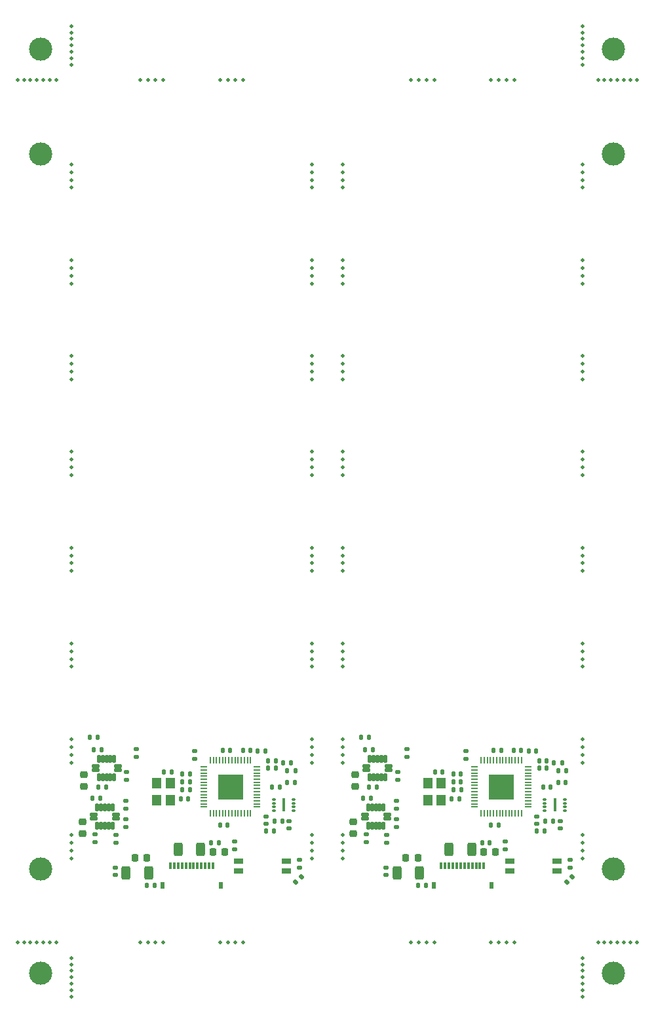
<source format=gbr>
G04 #@! TF.GenerationSoftware,KiCad,Pcbnew,7.0.9*
G04 #@! TF.CreationDate,2024-01-30T21:21:20-05:00*
G04 #@! TF.ProjectId,RGB-Panel,5247422d-5061-46e6-956c-2e6b69636164,V2.6*
G04 #@! TF.SameCoordinates,Original*
G04 #@! TF.FileFunction,Soldermask,Bot*
G04 #@! TF.FilePolarity,Negative*
%FSLAX46Y46*%
G04 Gerber Fmt 4.6, Leading zero omitted, Abs format (unit mm)*
G04 Created by KiCad (PCBNEW 7.0.9) date 2024-01-30 21:21:20*
%MOMM*%
%LPD*%
G01*
G04 APERTURE LIST*
G04 Aperture macros list*
%AMRoundRect*
0 Rectangle with rounded corners*
0 $1 Rounding radius*
0 $2 $3 $4 $5 $6 $7 $8 $9 X,Y pos of 4 corners*
0 Add a 4 corners polygon primitive as box body*
4,1,4,$2,$3,$4,$5,$6,$7,$8,$9,$2,$3,0*
0 Add four circle primitives for the rounded corners*
1,1,$1+$1,$2,$3*
1,1,$1+$1,$4,$5*
1,1,$1+$1,$6,$7*
1,1,$1+$1,$8,$9*
0 Add four rect primitives between the rounded corners*
20,1,$1+$1,$2,$3,$4,$5,0*
20,1,$1+$1,$4,$5,$6,$7,0*
20,1,$1+$1,$6,$7,$8,$9,0*
20,1,$1+$1,$8,$9,$2,$3,0*%
G04 Aperture macros list end*
%ADD10C,0.500000*%
%ADD11C,3.000000*%
%ADD12RoundRect,0.075000X-0.187500X-0.075000X0.187500X-0.075000X0.187500X0.075000X-0.187500X0.075000X0*%
%ADD13R,0.300000X1.700000*%
%ADD14RoundRect,0.140000X-0.140000X-0.170000X0.140000X-0.170000X0.140000X0.170000X-0.140000X0.170000X0*%
%ADD15RoundRect,0.250000X0.312500X0.625000X-0.312500X0.625000X-0.312500X-0.625000X0.312500X-0.625000X0*%
%ADD16RoundRect,0.225000X-0.250000X0.225000X-0.250000X-0.225000X0.250000X-0.225000X0.250000X0.225000X0*%
%ADD17RoundRect,0.140000X0.140000X0.170000X-0.140000X0.170000X-0.140000X-0.170000X0.140000X-0.170000X0*%
%ADD18RoundRect,0.147500X0.147500X0.172500X-0.147500X0.172500X-0.147500X-0.172500X0.147500X-0.172500X0*%
%ADD19RoundRect,0.135000X-0.135000X-0.185000X0.135000X-0.185000X0.135000X0.185000X-0.135000X0.185000X0*%
%ADD20RoundRect,0.050000X0.050000X-0.387500X0.050000X0.387500X-0.050000X0.387500X-0.050000X-0.387500X0*%
%ADD21RoundRect,0.050000X0.387500X-0.050000X0.387500X0.050000X-0.387500X0.050000X-0.387500X-0.050000X0*%
%ADD22R,3.200000X3.200000*%
%ADD23RoundRect,0.135000X0.135000X0.185000X-0.135000X0.185000X-0.135000X-0.185000X0.135000X-0.185000X0*%
%ADD24RoundRect,0.225000X-0.225000X-0.250000X0.225000X-0.250000X0.225000X0.250000X-0.225000X0.250000X0*%
%ADD25RoundRect,0.147500X-0.172500X0.147500X-0.172500X-0.147500X0.172500X-0.147500X0.172500X0.147500X0*%
%ADD26RoundRect,0.140000X-0.170000X0.140000X-0.170000X-0.140000X0.170000X-0.140000X0.170000X0.140000X0*%
%ADD27RoundRect,0.135000X-0.185000X0.135000X-0.185000X-0.135000X0.185000X-0.135000X0.185000X0.135000X0*%
%ADD28RoundRect,0.135000X0.185000X-0.135000X0.185000X0.135000X-0.185000X0.135000X-0.185000X-0.135000X0*%
%ADD29RoundRect,0.147500X0.017678X-0.226274X0.226274X-0.017678X-0.017678X0.226274X-0.226274X0.017678X0*%
%ADD30RoundRect,0.109800X0.422200X0.122200X-0.422200X0.122200X-0.422200X-0.122200X0.422200X-0.122200X0*%
%ADD31RoundRect,0.109800X-0.122200X0.422200X-0.122200X-0.422200X0.122200X-0.422200X0.122200X0.422200X0*%
%ADD32R,1.250000X0.760000*%
%ADD33RoundRect,0.050000X0.150000X0.400000X-0.150000X0.400000X-0.150000X-0.400000X0.150000X-0.400000X0*%
%ADD34RoundRect,0.050000X0.200000X0.400000X-0.200000X0.400000X-0.200000X-0.400000X0.200000X-0.400000X0*%
%ADD35R,1.200000X1.400000*%
G04 APERTURE END LIST*
D10*
X71999997Y-142899995D03*
D11*
X67999997Y-23000000D03*
D10*
X107000003Y-53255554D03*
X102999995Y-76011109D03*
X107000002Y-63633332D03*
X106999998Y-115144441D03*
X129166667Y-138399995D03*
X72000002Y-77011109D03*
X138000002Y-144566661D03*
X72000003Y-62633332D03*
X138000000Y-115144441D03*
X137999994Y-62633332D03*
X144166669Y-27000000D03*
X115833331Y-27000000D03*
X64999997Y-138399996D03*
X137999992Y-52255554D03*
X69999997Y-27000000D03*
X71999997Y-21666667D03*
X102999991Y-38877777D03*
X102999991Y-39877777D03*
X80833332Y-27000000D03*
X102999997Y-90388886D03*
X72000001Y-89388886D03*
X71999997Y-25000000D03*
X128166667Y-27000001D03*
X102999997Y-89388886D03*
X102999998Y-102766663D03*
X117833331Y-27000000D03*
X71999997Y-22500000D03*
X102999997Y-88388886D03*
X83833332Y-138399995D03*
X102999992Y-51255554D03*
X127166667Y-138399995D03*
X72000004Y-51255554D03*
X107000000Y-89388886D03*
X72000001Y-90388886D03*
X71999997Y-24166667D03*
X72000003Y-63633332D03*
X107000004Y-40877777D03*
X91166667Y-138399995D03*
X69166664Y-138399996D03*
X126166667Y-27000001D03*
X102999994Y-63633332D03*
X107000002Y-62633332D03*
X138000002Y-20000000D03*
X102999995Y-78011109D03*
X138000001Y-125522218D03*
X71999997Y-127522218D03*
X106999998Y-114144441D03*
X137999998Y-100766663D03*
X72000002Y-75011109D03*
X102999997Y-87388886D03*
X127166667Y-27000001D03*
X72000002Y-78011109D03*
X71999997Y-140399995D03*
X107000002Y-65633332D03*
X137999991Y-40877777D03*
X72000006Y-37877777D03*
X138000000Y-113144441D03*
X67499997Y-27000000D03*
X140833336Y-27000000D03*
X106999996Y-126522218D03*
X107000002Y-64633332D03*
X65833331Y-138399996D03*
X65833331Y-27000000D03*
X142500003Y-138399996D03*
X103000001Y-124522218D03*
X102999991Y-37877777D03*
X81833332Y-27000000D03*
X72000000Y-99766663D03*
X137999992Y-50255554D03*
X107000001Y-77011109D03*
X141666669Y-138399996D03*
X102999994Y-64633332D03*
X107000000Y-88388886D03*
X118833331Y-138399995D03*
X93166667Y-138399995D03*
X107000001Y-78011109D03*
X137999994Y-64633332D03*
X72000004Y-53255554D03*
X140000003Y-138399996D03*
X137999994Y-65633332D03*
X138000002Y-24166667D03*
X138000001Y-124522218D03*
X106999998Y-112144441D03*
X71999997Y-142066661D03*
X138000001Y-126522218D03*
X106999999Y-102766663D03*
X138000002Y-142066661D03*
X72000003Y-65633332D03*
X137999993Y-53255554D03*
X103000000Y-113144441D03*
X71999997Y-145399995D03*
X117833331Y-138399995D03*
X68333331Y-138399996D03*
X71999999Y-112144441D03*
X115833331Y-138399995D03*
X138000002Y-142899995D03*
D11*
X142000003Y-23000000D03*
D10*
X137999997Y-87388886D03*
X137999991Y-39877777D03*
X103000000Y-114144441D03*
X138000002Y-20833334D03*
X106999997Y-125522218D03*
X71999998Y-125522218D03*
X138000002Y-140399995D03*
X72000000Y-100766663D03*
X94166667Y-27000001D03*
X137999995Y-76011109D03*
X116833331Y-138399995D03*
X106999999Y-99766663D03*
X91166667Y-27000001D03*
X71999997Y-141233328D03*
X72000006Y-38877777D03*
X143333336Y-27000000D03*
X118833331Y-27000000D03*
X67499997Y-138399996D03*
X142500003Y-27000000D03*
X138000002Y-21666667D03*
X107000000Y-90388886D03*
X71999997Y-20833334D03*
X116833331Y-27000000D03*
X92166667Y-27000001D03*
X103000001Y-127522218D03*
X106999997Y-124522218D03*
X126166667Y-138399995D03*
X82833332Y-27000000D03*
X128166667Y-138399995D03*
X71999997Y-143733328D03*
X102999991Y-40877777D03*
X72000002Y-76011109D03*
X137999997Y-89388886D03*
X102999995Y-77011109D03*
D11*
X67999997Y-142399995D03*
D10*
X102999992Y-50255554D03*
X102999995Y-75011109D03*
X138000002Y-22500000D03*
X107000005Y-38877777D03*
X145000003Y-138399996D03*
X92166667Y-138399995D03*
X72000005Y-39877777D03*
X141666669Y-27000000D03*
X106999996Y-127522218D03*
X71999999Y-114144441D03*
X72000004Y-52255554D03*
X93166667Y-27000001D03*
X102999999Y-112144441D03*
X145000003Y-27000000D03*
X138000001Y-127522218D03*
X137999991Y-38877777D03*
X144166669Y-138399996D03*
X64999997Y-27000000D03*
X137999992Y-51255554D03*
X82833332Y-138399995D03*
X102999998Y-100766663D03*
X102999992Y-52255554D03*
X138000002Y-143733328D03*
X137999995Y-77011109D03*
X138000002Y-141233328D03*
D11*
X142000003Y-142399995D03*
D10*
X107000000Y-87388886D03*
X72000003Y-64633332D03*
X71999997Y-126522218D03*
X103000001Y-126522218D03*
X72000004Y-50255554D03*
X137999998Y-99766663D03*
X107000001Y-75011109D03*
X140000003Y-27000000D03*
X94166667Y-138399995D03*
X68333331Y-27000000D03*
X129166667Y-27000001D03*
X72000001Y-88388886D03*
X102999994Y-62633332D03*
X106999998Y-113144441D03*
X66666664Y-27000000D03*
X138000002Y-145399995D03*
X83833332Y-27000000D03*
X137999997Y-90388886D03*
X138000000Y-114144441D03*
X81833332Y-138399995D03*
X102999994Y-65633332D03*
X106999999Y-101766663D03*
X102999998Y-101766663D03*
X69999997Y-138399996D03*
X71999997Y-144566661D03*
X137999998Y-102766663D03*
X72000000Y-101766663D03*
X102999993Y-53255554D03*
X107000001Y-76011109D03*
X72000005Y-40877777D03*
X106999999Y-100766663D03*
X137999998Y-101766663D03*
X107000003Y-50255554D03*
X72000000Y-102766663D03*
X138000002Y-23333334D03*
X103000000Y-115144441D03*
X71999999Y-115144441D03*
X138000002Y-25000000D03*
X102999998Y-99766663D03*
X107000003Y-51255554D03*
X107000004Y-39877777D03*
X103000001Y-125522218D03*
X66666664Y-138399996D03*
X107000005Y-37877777D03*
X72000001Y-87388886D03*
X71999997Y-20000000D03*
X71999997Y-23333334D03*
X137999991Y-37877777D03*
X140833336Y-138399996D03*
X80833332Y-138399995D03*
X71999998Y-124522218D03*
X69166664Y-27000000D03*
X137999995Y-75011109D03*
X71999999Y-113144441D03*
X107000003Y-52255554D03*
X143333336Y-138399996D03*
X137999999Y-112144441D03*
X137999997Y-88388886D03*
X137999994Y-63633332D03*
X137999995Y-78011109D03*
D12*
X133120006Y-121393000D03*
X133120006Y-120893000D03*
X133120006Y-120393000D03*
X133120006Y-119893000D03*
X135695006Y-119893000D03*
X135695006Y-120393000D03*
X135695006Y-120893000D03*
X135695006Y-121393000D03*
D13*
X134407506Y-120643000D03*
D14*
X91172899Y-123199892D03*
X92132899Y-123199892D03*
D15*
X81932899Y-129389892D03*
X79007899Y-129389892D03*
D16*
X108600006Y-116700000D03*
X108600006Y-118250000D03*
D14*
X97900006Y-118315000D03*
X98860006Y-118315000D03*
D17*
X87060006Y-119800000D03*
X86100006Y-119800000D03*
D18*
X90985006Y-125500000D03*
X90015006Y-125500000D03*
D19*
X86290006Y-118625000D03*
X87310006Y-118625000D03*
D20*
X95100006Y-121737500D03*
X94700006Y-121737500D03*
X94300006Y-121737500D03*
X93900006Y-121737500D03*
X93500006Y-121737500D03*
X93100006Y-121737500D03*
X92700006Y-121737500D03*
X92300006Y-121737500D03*
X91900006Y-121737500D03*
X91500006Y-121737500D03*
X91100006Y-121737500D03*
X90700006Y-121737500D03*
X90300006Y-121737500D03*
X89900006Y-121737500D03*
D21*
X89062506Y-120900000D03*
X89062506Y-120500000D03*
X89062506Y-120100000D03*
X89062506Y-119700000D03*
X89062506Y-119300000D03*
X89062506Y-118900000D03*
X89062506Y-118500000D03*
X89062506Y-118100000D03*
X89062506Y-117700000D03*
X89062506Y-117300000D03*
X89062506Y-116900000D03*
X89062506Y-116500000D03*
X89062506Y-116100000D03*
X89062506Y-115700000D03*
D20*
X89900006Y-114862500D03*
X90300006Y-114862500D03*
X90700006Y-114862500D03*
X91100006Y-114862500D03*
X91500006Y-114862500D03*
X91900006Y-114862500D03*
X92300006Y-114862500D03*
X92700006Y-114862500D03*
X93100006Y-114862500D03*
X93500006Y-114862500D03*
X93900006Y-114862500D03*
X94300006Y-114862500D03*
X94700006Y-114862500D03*
X95100006Y-114862500D03*
D21*
X95937506Y-115700000D03*
X95937506Y-116100000D03*
X95937506Y-116500000D03*
X95937506Y-116900000D03*
X95937506Y-117300000D03*
X95937506Y-117700000D03*
X95937506Y-118100000D03*
X95937506Y-118500000D03*
X95937506Y-118900000D03*
X95937506Y-119300000D03*
X95937506Y-119700000D03*
X95937506Y-120100000D03*
X95937506Y-120500000D03*
X95937506Y-120900000D03*
D22*
X92500006Y-118300000D03*
D23*
X135880006Y-116223000D03*
X134860006Y-116223000D03*
D24*
X90225006Y-126700000D03*
X91775006Y-126700000D03*
D23*
X111460006Y-118320000D03*
X110440006Y-118320000D03*
D14*
X132400006Y-115900000D03*
X133360006Y-115900000D03*
D25*
X93032899Y-125369892D03*
X93032899Y-126339892D03*
X112622899Y-128709892D03*
X112622899Y-129679892D03*
D26*
X100100006Y-122704000D03*
X100100006Y-123664000D03*
D27*
X77692899Y-124479892D03*
X77692899Y-125499892D03*
D17*
X97000006Y-113643000D03*
X96040006Y-113643000D03*
D24*
X80172899Y-127459892D03*
X81722899Y-127459892D03*
D23*
X75392899Y-111879892D03*
X74372899Y-111879892D03*
D28*
X75042899Y-125419892D03*
X75042899Y-124399892D03*
D23*
X75662899Y-119719892D03*
X74642899Y-119719892D03*
D28*
X110042899Y-125419892D03*
X110042899Y-124399892D03*
D23*
X117742899Y-131049892D03*
X116722899Y-131049892D03*
D29*
X135957005Y-130585786D03*
X136642899Y-129899892D03*
D16*
X73370005Y-122795000D03*
X73370005Y-124345000D03*
D14*
X132400006Y-114893000D03*
X133360006Y-114893000D03*
D28*
X113970005Y-121095000D03*
X113970005Y-120075000D03*
D26*
X135100006Y-122704000D03*
X135100006Y-123664000D03*
D30*
X110065006Y-115650000D03*
D31*
X110500006Y-114715000D03*
X111000006Y-114715000D03*
X111500006Y-114715000D03*
X112000006Y-114715000D03*
X112500006Y-114715000D03*
D30*
X112935006Y-115650000D03*
X112935006Y-116150000D03*
D31*
X112500006Y-117085000D03*
X112000006Y-117085000D03*
X111500006Y-117085000D03*
X111000006Y-117085000D03*
X110500006Y-117085000D03*
D30*
X110065006Y-116150000D03*
D14*
X83940006Y-116350000D03*
X84900006Y-116350000D03*
D23*
X100880006Y-116223000D03*
X99860006Y-116223000D03*
D17*
X132000006Y-113643000D03*
X131040006Y-113643000D03*
D23*
X99220006Y-122684000D03*
X98200006Y-122684000D03*
D26*
X97100006Y-122100000D03*
X97100006Y-123060000D03*
D19*
X121290006Y-118625000D03*
X122310006Y-118625000D03*
D23*
X110900006Y-113500000D03*
X109880006Y-113500000D03*
D17*
X130080006Y-113550000D03*
X129120006Y-113550000D03*
X122260006Y-117600000D03*
X121300006Y-117600000D03*
D11*
X142000003Y-128899995D03*
D27*
X112692899Y-124479892D03*
X112692899Y-125499892D03*
D11*
X142000003Y-36500000D03*
D32*
X134742899Y-127879892D03*
X134742899Y-129149892D03*
X128592899Y-129149892D03*
X128592899Y-127879892D03*
D27*
X122900006Y-113680000D03*
X122900006Y-114700000D03*
X87900006Y-113680000D03*
X87900006Y-114700000D03*
D33*
X119750006Y-128500000D03*
X120250006Y-128500000D03*
X120750006Y-128500000D03*
X121250006Y-128500000D03*
X121750006Y-128500000D03*
X122250006Y-128500000D03*
X122750006Y-128500000D03*
X123250006Y-128500000D03*
X123750006Y-128500000D03*
X124250006Y-128500000D03*
X124750006Y-128500000D03*
X125250006Y-128500000D03*
D34*
X118750006Y-131000000D03*
X126250006Y-131000000D03*
D14*
X91520006Y-113550000D03*
X92480006Y-113550000D03*
X97400006Y-115900000D03*
X98360006Y-115900000D03*
D25*
X77622899Y-128709892D03*
X77622899Y-129679892D03*
D23*
X76460006Y-118320000D03*
X75440006Y-118320000D03*
X110662899Y-119719892D03*
X109642899Y-119719892D03*
D14*
X118940006Y-116350000D03*
X119900006Y-116350000D03*
X97400006Y-114893000D03*
X98360006Y-114893000D03*
D35*
X84714006Y-117835000D03*
X84714006Y-120035000D03*
X83014006Y-120035000D03*
X83014006Y-117835000D03*
D18*
X125985006Y-125500000D03*
X125015006Y-125500000D03*
D24*
X115172899Y-127459892D03*
X116722899Y-127459892D03*
D11*
X67999997Y-36500000D03*
D27*
X79100005Y-116399999D03*
X79100005Y-117419999D03*
D14*
X126520006Y-113550000D03*
X127480006Y-113550000D03*
X126172899Y-123199892D03*
X127132899Y-123199892D03*
D28*
X115350006Y-114413000D03*
X115350006Y-113393000D03*
D27*
X114100005Y-116399999D03*
X114100005Y-117419999D03*
D19*
X97110006Y-124020000D03*
X98130006Y-124020000D03*
D24*
X125225006Y-126700000D03*
X126775006Y-126700000D03*
D17*
X87260006Y-117600000D03*
X86300006Y-117600000D03*
D30*
X74865006Y-121845000D03*
D31*
X75300006Y-120910000D03*
X75800006Y-120910000D03*
X76300006Y-120910000D03*
X76800006Y-120910000D03*
X77300006Y-120910000D03*
D30*
X77735006Y-121845000D03*
X77735006Y-122345000D03*
D31*
X77300006Y-123280000D03*
X76800006Y-123280000D03*
X76300006Y-123280000D03*
X75800006Y-123280000D03*
X75300006Y-123280000D03*
D30*
X74865006Y-122345000D03*
X75065006Y-115650000D03*
D31*
X75500006Y-114715000D03*
X76000006Y-114715000D03*
X76500006Y-114715000D03*
X77000006Y-114715000D03*
X77500006Y-114715000D03*
D30*
X77935006Y-115650000D03*
X77935006Y-116150000D03*
D31*
X77500006Y-117085000D03*
X77000006Y-117085000D03*
X76500006Y-117085000D03*
X76000006Y-117085000D03*
X75500006Y-117085000D03*
D30*
X75065006Y-116150000D03*
D27*
X78970005Y-122495000D03*
X78970005Y-123515000D03*
D14*
X134840006Y-117743000D03*
X135800006Y-117743000D03*
D17*
X95080006Y-113550000D03*
X94120006Y-113550000D03*
D29*
X100957005Y-130585786D03*
X101642899Y-129899892D03*
D23*
X110392899Y-111879892D03*
X109372899Y-111879892D03*
D25*
X128032899Y-125369892D03*
X128032899Y-126339892D03*
D17*
X122060006Y-119800000D03*
X121100006Y-119800000D03*
D28*
X80350006Y-114413000D03*
X80350006Y-113393000D03*
D20*
X130100006Y-121737500D03*
X129700006Y-121737500D03*
X129300006Y-121737500D03*
X128900006Y-121737500D03*
X128500006Y-121737500D03*
X128100006Y-121737500D03*
X127700006Y-121737500D03*
X127300006Y-121737500D03*
X126900006Y-121737500D03*
X126500006Y-121737500D03*
X126100006Y-121737500D03*
X125700006Y-121737500D03*
X125300006Y-121737500D03*
X124900006Y-121737500D03*
D21*
X124062506Y-120900000D03*
X124062506Y-120500000D03*
X124062506Y-120100000D03*
X124062506Y-119700000D03*
X124062506Y-119300000D03*
X124062506Y-118900000D03*
X124062506Y-118500000D03*
X124062506Y-118100000D03*
X124062506Y-117700000D03*
X124062506Y-117300000D03*
X124062506Y-116900000D03*
X124062506Y-116500000D03*
X124062506Y-116100000D03*
X124062506Y-115700000D03*
D20*
X124900006Y-114862500D03*
X125300006Y-114862500D03*
X125700006Y-114862500D03*
X126100006Y-114862500D03*
X126500006Y-114862500D03*
X126900006Y-114862500D03*
X127300006Y-114862500D03*
X127700006Y-114862500D03*
X128100006Y-114862500D03*
X128500006Y-114862500D03*
X128900006Y-114862500D03*
X129300006Y-114862500D03*
X129700006Y-114862500D03*
X130100006Y-114862500D03*
D21*
X130937506Y-115700000D03*
X130937506Y-116100000D03*
X130937506Y-116500000D03*
X130937506Y-116900000D03*
X130937506Y-117300000D03*
X130937506Y-117700000D03*
X130937506Y-118100000D03*
X130937506Y-118500000D03*
X130937506Y-118900000D03*
X130937506Y-119300000D03*
X130937506Y-119700000D03*
X130937506Y-120100000D03*
X130937506Y-120500000D03*
X130937506Y-120900000D03*
D22*
X127500006Y-118300000D03*
D17*
X122260006Y-116625000D03*
X121300006Y-116625000D03*
D15*
X116932899Y-129389892D03*
X114007899Y-129389892D03*
D12*
X98120006Y-121393000D03*
X98120006Y-120893000D03*
X98120006Y-120393000D03*
X98120006Y-119893000D03*
X100695006Y-119893000D03*
X100695006Y-120393000D03*
X100695006Y-120893000D03*
X100695006Y-121393000D03*
D13*
X99407506Y-120643000D03*
D23*
X100340006Y-115173000D03*
X99320006Y-115173000D03*
D15*
X88662506Y-126360000D03*
X85737506Y-126360000D03*
D27*
X113970005Y-122495000D03*
X113970005Y-123515000D03*
D19*
X132110006Y-124020000D03*
X133130006Y-124020000D03*
D15*
X123662506Y-126360000D03*
X120737506Y-126360000D03*
D23*
X135340006Y-115173000D03*
X134320006Y-115173000D03*
X82742899Y-131049892D03*
X81722899Y-131049892D03*
D11*
X67999997Y-128899995D03*
D16*
X73600006Y-116700000D03*
X73600006Y-118250000D03*
D26*
X132100006Y-122100000D03*
X132100006Y-123060000D03*
D14*
X99840006Y-117743000D03*
X100800006Y-117743000D03*
D32*
X99742899Y-127879892D03*
X99742899Y-129149892D03*
X93592899Y-129149892D03*
X93592899Y-127879892D03*
D23*
X134220006Y-122684000D03*
X133200006Y-122684000D03*
D25*
X101392899Y-127749892D03*
X101392899Y-128719892D03*
D30*
X109865006Y-121845000D03*
D31*
X110300006Y-120910000D03*
X110800006Y-120910000D03*
X111300006Y-120910000D03*
X111800006Y-120910000D03*
X112300006Y-120910000D03*
D30*
X112735006Y-121845000D03*
X112735006Y-122345000D03*
D31*
X112300006Y-123280000D03*
X111800006Y-123280000D03*
X111300006Y-123280000D03*
X110800006Y-123280000D03*
X110300006Y-123280000D03*
D30*
X109865006Y-122345000D03*
D28*
X78970005Y-121095000D03*
X78970005Y-120075000D03*
D14*
X132900006Y-118315000D03*
X133860006Y-118315000D03*
D17*
X87260006Y-116625000D03*
X86300006Y-116625000D03*
D25*
X136392899Y-127749892D03*
X136392899Y-128719892D03*
D23*
X75900006Y-113500000D03*
X74880006Y-113500000D03*
D35*
X119714006Y-117835000D03*
X119714006Y-120035000D03*
X118014006Y-120035000D03*
X118014006Y-117835000D03*
D33*
X84750006Y-128500000D03*
X85250006Y-128500000D03*
X85750006Y-128500000D03*
X86250006Y-128500000D03*
X86750006Y-128500000D03*
X87250006Y-128500000D03*
X87750006Y-128500000D03*
X88250006Y-128500000D03*
X88750006Y-128500000D03*
X89250006Y-128500000D03*
X89750006Y-128500000D03*
X90250006Y-128500000D03*
D34*
X83750006Y-131000000D03*
X91250006Y-131000000D03*
D16*
X108370005Y-122795000D03*
X108370005Y-124345000D03*
M02*

</source>
